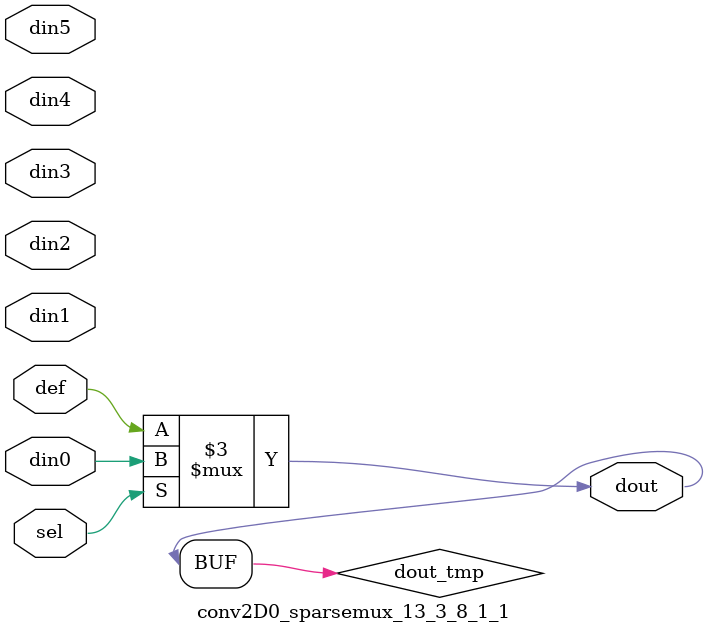
<source format=v>
`timescale 1ns / 1ps

module conv2D0_sparsemux_13_3_8_1_1 (din0,din1,din2,din3,din4,din5,def,sel,dout);

parameter din0_WIDTH = 1;

parameter din1_WIDTH = 1;

parameter din2_WIDTH = 1;

parameter din3_WIDTH = 1;

parameter din4_WIDTH = 1;

parameter din5_WIDTH = 1;

parameter def_WIDTH = 1;
parameter sel_WIDTH = 1;
parameter dout_WIDTH = 1;

parameter [sel_WIDTH-1:0] CASE0 = 1;

parameter [sel_WIDTH-1:0] CASE1 = 1;

parameter [sel_WIDTH-1:0] CASE2 = 1;

parameter [sel_WIDTH-1:0] CASE3 = 1;

parameter [sel_WIDTH-1:0] CASE4 = 1;

parameter [sel_WIDTH-1:0] CASE5 = 1;

parameter ID = 1;
parameter NUM_STAGE = 1;



input [din0_WIDTH-1:0] din0;

input [din1_WIDTH-1:0] din1;

input [din2_WIDTH-1:0] din2;

input [din3_WIDTH-1:0] din3;

input [din4_WIDTH-1:0] din4;

input [din5_WIDTH-1:0] din5;

input [def_WIDTH-1:0] def;
input [sel_WIDTH-1:0] sel;

output [dout_WIDTH-1:0] dout;



reg [dout_WIDTH-1:0] dout_tmp;

always @ (*) begin
case (sel)
    
    CASE0 : dout_tmp = din0;
    
    CASE1 : dout_tmp = din1;
    
    CASE2 : dout_tmp = din2;
    
    CASE3 : dout_tmp = din3;
    
    CASE4 : dout_tmp = din4;
    
    CASE5 : dout_tmp = din5;
    
    default : dout_tmp = def;
endcase
end


assign dout = dout_tmp;



endmodule

</source>
